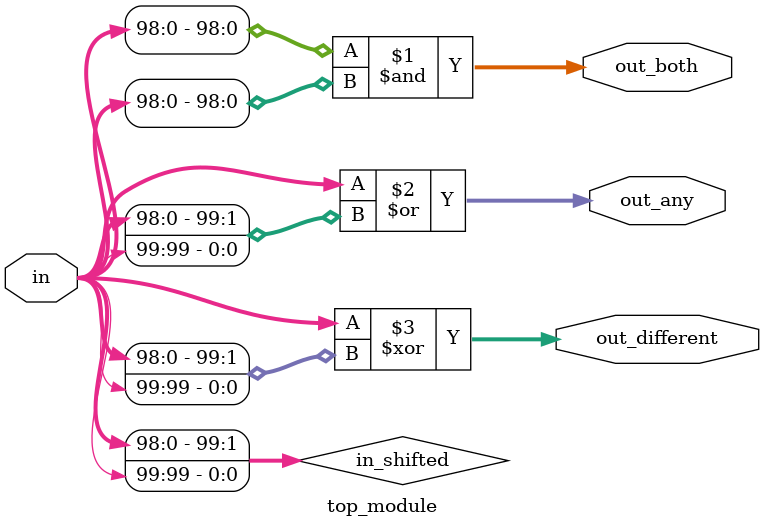
<source format=sv>
module top_module (
    input [99:0] in,
    output [98:0] out_both,
    output [99:0] out_any,
    output [99:0] out_different
);

    wire [99:0] in_shifted;
    
    // Shift the input vector by one bit
    assign in_shifted = {in[98:0], in[99]};
    
    // Generate out_both signal
    assign out_both = in[98:0] & in_shifted[99:1];
    
    // Generate out_any signal
    assign out_any = in | in_shifted;
    
    // Generate out_different signal
    assign out_different = in ^ in_shifted;

endmodule

</source>
